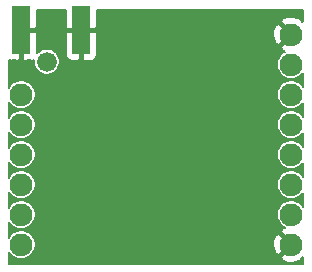
<source format=gbr>
%TF.GenerationSoftware,KiCad,Pcbnew,5.1.10*%
%TF.CreationDate,2021-07-25T21:05:11+03:00*%
%TF.ProjectId,hoperf-rfm9x-lora-breakout,686f7065-7266-42d7-9266-6d39782d6c6f,rev?*%
%TF.SameCoordinates,Original*%
%TF.FileFunction,Copper,L2,Bot*%
%TF.FilePolarity,Positive*%
%FSLAX46Y46*%
G04 Gerber Fmt 4.6, Leading zero omitted, Abs format (unit mm)*
G04 Created by KiCad (PCBNEW 5.1.10) date 2021-07-25 21:05:11*
%MOMM*%
%LPD*%
G01*
G04 APERTURE LIST*
%TA.AperFunction,ComponentPad*%
%ADD10C,1.930400*%
%TD*%
%TA.AperFunction,ComponentPad*%
%ADD11C,1.676400*%
%TD*%
%TA.AperFunction,SMDPad,CuDef*%
%ADD12R,1.524000X4.064000*%
%TD*%
%TA.AperFunction,ViaPad*%
%ADD13C,0.704800*%
%TD*%
%TA.AperFunction,Conductor*%
%ADD14C,0.406400*%
%TD*%
%TA.AperFunction,Conductor*%
%ADD15C,0.203200*%
%TD*%
%TA.AperFunction,Conductor*%
%ADD16C,0.100000*%
%TD*%
G04 APERTURE END LIST*
D10*
%TO.P,JP1,8*%
%TO.N,GND*%
X159921100Y-96278600D03*
%TO.P,JP1,7*%
%TO.N,Net-(JP1-Pad7)*%
X159921100Y-98818600D03*
%TO.P,JP1,6*%
%TO.N,Net-(JP1-Pad6)*%
X159921100Y-101358600D03*
%TO.P,JP1,5*%
%TO.N,Net-(JP1-Pad5)*%
X159921100Y-103898600D03*
%TO.P,JP1,4*%
%TO.N,Net-(JP1-Pad4)*%
X159921100Y-106438600D03*
%TO.P,JP1,3*%
%TO.N,Net-(JP1-Pad3)*%
X159921100Y-108978600D03*
%TO.P,JP1,2*%
%TO.N,Net-(JP1-Pad2)*%
X159921100Y-111518600D03*
%TO.P,JP1,1*%
%TO.N,GND*%
X159921100Y-114058600D03*
%TD*%
%TO.P,JP2,6*%
%TO.N,Net-(JP2-Pad6)*%
X137061100Y-101358600D03*
%TO.P,JP2,5*%
%TO.N,Net-(JP2-Pad5)*%
X137061100Y-103898600D03*
%TO.P,JP2,4*%
%TO.N,Net-(C1-Pad1)*%
X137061100Y-106438600D03*
%TO.P,JP2,3*%
%TO.N,Net-(JP2-Pad3)*%
X137061100Y-108978600D03*
%TO.P,JP2,2*%
%TO.N,Net-(JP2-Pad2)*%
X137061100Y-111518600D03*
%TO.P,JP2,1*%
%TO.N,Net-(JP2-Pad1)*%
X137061100Y-114058600D03*
%TD*%
D11*
%TO.P,ANT1,1*%
%TO.N,Net-(ANT1-Pad1)*%
X139220100Y-98564600D03*
%TD*%
D12*
%TO.P,UFL/SMA1,GND@4*%
%TO.N,GND*%
X137061100Y-95897600D03*
%TO.P,UFL/SMA1,GND@3*%
X142141100Y-95897600D03*
%TD*%
D13*
%TO.N,GND*%
X140871100Y-98564600D03*
X137696100Y-98691600D03*
X138077100Y-99707600D03*
X138839100Y-100596600D03*
X147983100Y-95008600D03*
X152809100Y-95008600D03*
X157381100Y-95008600D03*
X139601100Y-115328600D03*
X144681100Y-115328600D03*
X149761100Y-115328600D03*
X154841100Y-115328600D03*
X148237100Y-101739600D03*
X154079100Y-104152600D03*
X145951100Y-108978600D03*
X153698100Y-99707600D03*
X154333100Y-106946600D03*
X148872100Y-105930600D03*
X149380100Y-112153600D03*
X143538100Y-102120600D03*
X144681100Y-106438600D03*
X142141100Y-108978600D03*
X142141100Y-100088600D03*
X142141100Y-105168600D03*
X144681100Y-96024600D03*
X151539100Y-97548600D03*
X157381100Y-97548600D03*
X144681100Y-95008600D03*
X144681100Y-97040600D03*
X143411100Y-98818600D03*
X136426100Y-98691600D03*
X153825100Y-112280600D03*
X153952100Y-109613600D03*
X145062100Y-112153600D03*
%TD*%
D14*
%TO.N,GND*%
X159540100Y-95897600D02*
X159921100Y-96278600D01*
X137061100Y-95897600D02*
X142141100Y-95897600D01*
%TD*%
D15*
%TO.N,GND*%
X140821100Y-95631500D02*
X140960600Y-95771000D01*
X142014500Y-95771000D01*
X142014500Y-95751000D01*
X142267700Y-95751000D01*
X142267700Y-95771000D01*
X143321600Y-95771000D01*
X143461100Y-95631500D01*
X143463276Y-94208600D01*
X160934400Y-94208600D01*
X160934400Y-95128042D01*
X160913508Y-95107150D01*
X160811132Y-95209526D01*
X160715242Y-94970172D01*
X160444721Y-94840384D01*
X160154078Y-94765866D01*
X159854481Y-94749481D01*
X159557446Y-94791859D01*
X159274384Y-94891372D01*
X159126958Y-94970172D01*
X159031067Y-95209527D01*
X159921100Y-96099561D01*
X159935242Y-96085418D01*
X160114282Y-96264458D01*
X160100139Y-96278600D01*
X160114282Y-96292742D01*
X159935242Y-96471782D01*
X159921100Y-96457639D01*
X159031067Y-97347673D01*
X159126958Y-97587028D01*
X159396385Y-97716291D01*
X159343592Y-97738159D01*
X159143905Y-97871586D01*
X158974086Y-98041405D01*
X158840659Y-98241092D01*
X158748753Y-98462973D01*
X158701900Y-98698519D01*
X158701900Y-98938681D01*
X158748753Y-99174227D01*
X158840659Y-99396108D01*
X158974086Y-99595795D01*
X159143905Y-99765614D01*
X159343592Y-99899041D01*
X159565473Y-99990947D01*
X159801019Y-100037800D01*
X160041181Y-100037800D01*
X160276727Y-99990947D01*
X160498608Y-99899041D01*
X160698295Y-99765614D01*
X160868114Y-99595795D01*
X160934400Y-99496591D01*
X160934400Y-100680609D01*
X160868114Y-100581405D01*
X160698295Y-100411586D01*
X160498608Y-100278159D01*
X160276727Y-100186253D01*
X160041181Y-100139400D01*
X159801019Y-100139400D01*
X159565473Y-100186253D01*
X159343592Y-100278159D01*
X159143905Y-100411586D01*
X158974086Y-100581405D01*
X158840659Y-100781092D01*
X158748753Y-101002973D01*
X158701900Y-101238519D01*
X158701900Y-101478681D01*
X158748753Y-101714227D01*
X158840659Y-101936108D01*
X158974086Y-102135795D01*
X159143905Y-102305614D01*
X159343592Y-102439041D01*
X159565473Y-102530947D01*
X159801019Y-102577800D01*
X160041181Y-102577800D01*
X160276727Y-102530947D01*
X160498608Y-102439041D01*
X160698295Y-102305614D01*
X160868114Y-102135795D01*
X160934400Y-102036591D01*
X160934400Y-103220609D01*
X160868114Y-103121405D01*
X160698295Y-102951586D01*
X160498608Y-102818159D01*
X160276727Y-102726253D01*
X160041181Y-102679400D01*
X159801019Y-102679400D01*
X159565473Y-102726253D01*
X159343592Y-102818159D01*
X159143905Y-102951586D01*
X158974086Y-103121405D01*
X158840659Y-103321092D01*
X158748753Y-103542973D01*
X158701900Y-103778519D01*
X158701900Y-104018681D01*
X158748753Y-104254227D01*
X158840659Y-104476108D01*
X158974086Y-104675795D01*
X159143905Y-104845614D01*
X159343592Y-104979041D01*
X159565473Y-105070947D01*
X159801019Y-105117800D01*
X160041181Y-105117800D01*
X160276727Y-105070947D01*
X160498608Y-104979041D01*
X160698295Y-104845614D01*
X160868114Y-104675795D01*
X160934400Y-104576591D01*
X160934400Y-105760609D01*
X160868114Y-105661405D01*
X160698295Y-105491586D01*
X160498608Y-105358159D01*
X160276727Y-105266253D01*
X160041181Y-105219400D01*
X159801019Y-105219400D01*
X159565473Y-105266253D01*
X159343592Y-105358159D01*
X159143905Y-105491586D01*
X158974086Y-105661405D01*
X158840659Y-105861092D01*
X158748753Y-106082973D01*
X158701900Y-106318519D01*
X158701900Y-106558681D01*
X158748753Y-106794227D01*
X158840659Y-107016108D01*
X158974086Y-107215795D01*
X159143905Y-107385614D01*
X159343592Y-107519041D01*
X159565473Y-107610947D01*
X159801019Y-107657800D01*
X160041181Y-107657800D01*
X160276727Y-107610947D01*
X160498608Y-107519041D01*
X160698295Y-107385614D01*
X160868114Y-107215795D01*
X160934400Y-107116591D01*
X160934400Y-108300609D01*
X160868114Y-108201405D01*
X160698295Y-108031586D01*
X160498608Y-107898159D01*
X160276727Y-107806253D01*
X160041181Y-107759400D01*
X159801019Y-107759400D01*
X159565473Y-107806253D01*
X159343592Y-107898159D01*
X159143905Y-108031586D01*
X158974086Y-108201405D01*
X158840659Y-108401092D01*
X158748753Y-108622973D01*
X158701900Y-108858519D01*
X158701900Y-109098681D01*
X158748753Y-109334227D01*
X158840659Y-109556108D01*
X158974086Y-109755795D01*
X159143905Y-109925614D01*
X159343592Y-110059041D01*
X159565473Y-110150947D01*
X159801019Y-110197800D01*
X160041181Y-110197800D01*
X160276727Y-110150947D01*
X160498608Y-110059041D01*
X160698295Y-109925614D01*
X160868114Y-109755795D01*
X160934400Y-109656591D01*
X160934400Y-110840609D01*
X160868114Y-110741405D01*
X160698295Y-110571586D01*
X160498608Y-110438159D01*
X160276727Y-110346253D01*
X160041181Y-110299400D01*
X159801019Y-110299400D01*
X159565473Y-110346253D01*
X159343592Y-110438159D01*
X159143905Y-110571586D01*
X158974086Y-110741405D01*
X158840659Y-110941092D01*
X158748753Y-111162973D01*
X158701900Y-111398519D01*
X158701900Y-111638681D01*
X158748753Y-111874227D01*
X158840659Y-112096108D01*
X158974086Y-112295795D01*
X159143905Y-112465614D01*
X159343592Y-112599041D01*
X159406274Y-112625005D01*
X159274384Y-112671372D01*
X159126958Y-112750172D01*
X159031067Y-112989527D01*
X159921100Y-113879561D01*
X159935242Y-113865418D01*
X160114282Y-114044458D01*
X160100139Y-114058600D01*
X160114282Y-114072742D01*
X159935242Y-114251782D01*
X159921100Y-114237639D01*
X159031067Y-115127673D01*
X159126958Y-115367028D01*
X159397479Y-115496816D01*
X159688122Y-115571334D01*
X159987719Y-115587719D01*
X160284754Y-115545341D01*
X160567816Y-115445828D01*
X160715242Y-115367028D01*
X160811132Y-115127674D01*
X160913508Y-115230050D01*
X160934400Y-115209158D01*
X160934400Y-115722400D01*
X135991600Y-115722400D01*
X135991600Y-114652482D01*
X136114086Y-114835795D01*
X136283905Y-115005614D01*
X136483592Y-115139041D01*
X136705473Y-115230947D01*
X136941019Y-115277800D01*
X137181181Y-115277800D01*
X137416727Y-115230947D01*
X137638608Y-115139041D01*
X137838295Y-115005614D01*
X138008114Y-114835795D01*
X138141541Y-114636108D01*
X138233447Y-114414227D01*
X138280300Y-114178681D01*
X138280300Y-114125219D01*
X158391981Y-114125219D01*
X158434359Y-114422254D01*
X158533872Y-114705316D01*
X158612672Y-114852742D01*
X158852027Y-114948633D01*
X159742061Y-114058600D01*
X158852027Y-113168567D01*
X158612672Y-113264458D01*
X158482884Y-113534979D01*
X158408366Y-113825622D01*
X158391981Y-114125219D01*
X138280300Y-114125219D01*
X138280300Y-113938519D01*
X138233447Y-113702973D01*
X138141541Y-113481092D01*
X138008114Y-113281405D01*
X137838295Y-113111586D01*
X137638608Y-112978159D01*
X137416727Y-112886253D01*
X137181181Y-112839400D01*
X136941019Y-112839400D01*
X136705473Y-112886253D01*
X136483592Y-112978159D01*
X136283905Y-113111586D01*
X136114086Y-113281405D01*
X135991600Y-113464718D01*
X135991600Y-112112482D01*
X136114086Y-112295795D01*
X136283905Y-112465614D01*
X136483592Y-112599041D01*
X136705473Y-112690947D01*
X136941019Y-112737800D01*
X137181181Y-112737800D01*
X137416727Y-112690947D01*
X137638608Y-112599041D01*
X137838295Y-112465614D01*
X138008114Y-112295795D01*
X138141541Y-112096108D01*
X138233447Y-111874227D01*
X138280300Y-111638681D01*
X138280300Y-111398519D01*
X138233447Y-111162973D01*
X138141541Y-110941092D01*
X138008114Y-110741405D01*
X137838295Y-110571586D01*
X137638608Y-110438159D01*
X137416727Y-110346253D01*
X137181181Y-110299400D01*
X136941019Y-110299400D01*
X136705473Y-110346253D01*
X136483592Y-110438159D01*
X136283905Y-110571586D01*
X136114086Y-110741405D01*
X135991600Y-110924718D01*
X135991600Y-109572482D01*
X136114086Y-109755795D01*
X136283905Y-109925614D01*
X136483592Y-110059041D01*
X136705473Y-110150947D01*
X136941019Y-110197800D01*
X137181181Y-110197800D01*
X137416727Y-110150947D01*
X137638608Y-110059041D01*
X137838295Y-109925614D01*
X138008114Y-109755795D01*
X138141541Y-109556108D01*
X138233447Y-109334227D01*
X138280300Y-109098681D01*
X138280300Y-108858519D01*
X138233447Y-108622973D01*
X138141541Y-108401092D01*
X138008114Y-108201405D01*
X137838295Y-108031586D01*
X137638608Y-107898159D01*
X137416727Y-107806253D01*
X137181181Y-107759400D01*
X136941019Y-107759400D01*
X136705473Y-107806253D01*
X136483592Y-107898159D01*
X136283905Y-108031586D01*
X136114086Y-108201405D01*
X135991600Y-108384718D01*
X135991600Y-107032482D01*
X136114086Y-107215795D01*
X136283905Y-107385614D01*
X136483592Y-107519041D01*
X136705473Y-107610947D01*
X136941019Y-107657800D01*
X137181181Y-107657800D01*
X137416727Y-107610947D01*
X137638608Y-107519041D01*
X137838295Y-107385614D01*
X138008114Y-107215795D01*
X138141541Y-107016108D01*
X138233447Y-106794227D01*
X138280300Y-106558681D01*
X138280300Y-106318519D01*
X138233447Y-106082973D01*
X138141541Y-105861092D01*
X138008114Y-105661405D01*
X137838295Y-105491586D01*
X137638608Y-105358159D01*
X137416727Y-105266253D01*
X137181181Y-105219400D01*
X136941019Y-105219400D01*
X136705473Y-105266253D01*
X136483592Y-105358159D01*
X136283905Y-105491586D01*
X136114086Y-105661405D01*
X135991600Y-105844718D01*
X135991600Y-104492482D01*
X136114086Y-104675795D01*
X136283905Y-104845614D01*
X136483592Y-104979041D01*
X136705473Y-105070947D01*
X136941019Y-105117800D01*
X137181181Y-105117800D01*
X137416727Y-105070947D01*
X137638608Y-104979041D01*
X137838295Y-104845614D01*
X138008114Y-104675795D01*
X138141541Y-104476108D01*
X138233447Y-104254227D01*
X138280300Y-104018681D01*
X138280300Y-103778519D01*
X138233447Y-103542973D01*
X138141541Y-103321092D01*
X138008114Y-103121405D01*
X137838295Y-102951586D01*
X137638608Y-102818159D01*
X137416727Y-102726253D01*
X137181181Y-102679400D01*
X136941019Y-102679400D01*
X136705473Y-102726253D01*
X136483592Y-102818159D01*
X136283905Y-102951586D01*
X136114086Y-103121405D01*
X135991600Y-103304718D01*
X135991600Y-101952482D01*
X136114086Y-102135795D01*
X136283905Y-102305614D01*
X136483592Y-102439041D01*
X136705473Y-102530947D01*
X136941019Y-102577800D01*
X137181181Y-102577800D01*
X137416727Y-102530947D01*
X137638608Y-102439041D01*
X137838295Y-102305614D01*
X138008114Y-102135795D01*
X138141541Y-101936108D01*
X138233447Y-101714227D01*
X138280300Y-101478681D01*
X138280300Y-101238519D01*
X138233447Y-101002973D01*
X138141541Y-100781092D01*
X138008114Y-100581405D01*
X137838295Y-100411586D01*
X137638608Y-100278159D01*
X137416727Y-100186253D01*
X137181181Y-100139400D01*
X136941019Y-100139400D01*
X136705473Y-100186253D01*
X136483592Y-100278159D01*
X136283905Y-100411586D01*
X136114086Y-100581405D01*
X135991600Y-100764718D01*
X135991600Y-98397947D01*
X136084529Y-98447619D01*
X136189713Y-98479526D01*
X136299100Y-98490300D01*
X136795000Y-98487600D01*
X136934500Y-98348100D01*
X136934500Y-96024200D01*
X137187700Y-96024200D01*
X137187700Y-98348100D01*
X137327200Y-98487600D01*
X137823100Y-98490300D01*
X137932487Y-98479526D01*
X138037671Y-98447619D01*
X138134608Y-98395805D01*
X138141145Y-98390440D01*
X138127900Y-98457028D01*
X138127900Y-98672172D01*
X138169872Y-98883183D01*
X138252205Y-99081951D01*
X138371733Y-99260837D01*
X138523863Y-99412967D01*
X138702749Y-99532495D01*
X138901517Y-99614828D01*
X139112528Y-99656800D01*
X139327672Y-99656800D01*
X139538683Y-99614828D01*
X139737451Y-99532495D01*
X139916337Y-99412967D01*
X140068467Y-99260837D01*
X140187995Y-99081951D01*
X140270328Y-98883183D01*
X140312300Y-98672172D01*
X140312300Y-98457028D01*
X140270328Y-98246017D01*
X140187995Y-98047249D01*
X140109385Y-97929600D01*
X140818400Y-97929600D01*
X140829174Y-98038987D01*
X140861081Y-98144171D01*
X140912895Y-98241108D01*
X140982625Y-98326075D01*
X141067592Y-98395805D01*
X141164529Y-98447619D01*
X141269713Y-98479526D01*
X141379100Y-98490300D01*
X141875000Y-98487600D01*
X142014500Y-98348100D01*
X142014500Y-96024200D01*
X142267700Y-96024200D01*
X142267700Y-98348100D01*
X142407200Y-98487600D01*
X142903100Y-98490300D01*
X143012487Y-98479526D01*
X143117671Y-98447619D01*
X143214608Y-98395805D01*
X143299575Y-98326075D01*
X143369305Y-98241108D01*
X143421119Y-98144171D01*
X143453026Y-98038987D01*
X143463800Y-97929600D01*
X143461378Y-96345219D01*
X158391981Y-96345219D01*
X158434359Y-96642254D01*
X158533872Y-96925316D01*
X158612672Y-97072742D01*
X158852027Y-97168633D01*
X159742061Y-96278600D01*
X158852027Y-95388567D01*
X158612672Y-95484458D01*
X158482884Y-95754979D01*
X158408366Y-96045622D01*
X158391981Y-96345219D01*
X143461378Y-96345219D01*
X143461100Y-96163700D01*
X143321600Y-96024200D01*
X142267700Y-96024200D01*
X142014500Y-96024200D01*
X140960600Y-96024200D01*
X140821100Y-96163700D01*
X140818400Y-97929600D01*
X140109385Y-97929600D01*
X140068467Y-97868363D01*
X139916337Y-97716233D01*
X139737451Y-97596705D01*
X139538683Y-97514372D01*
X139327672Y-97472400D01*
X139112528Y-97472400D01*
X138901517Y-97514372D01*
X138702749Y-97596705D01*
X138523863Y-97716233D01*
X138383688Y-97856408D01*
X138381100Y-96163700D01*
X138241600Y-96024200D01*
X137187700Y-96024200D01*
X136934500Y-96024200D01*
X136914500Y-96024200D01*
X136914500Y-95771000D01*
X136934500Y-95771000D01*
X136934500Y-95751000D01*
X137187700Y-95751000D01*
X137187700Y-95771000D01*
X138241600Y-95771000D01*
X138381100Y-95631500D01*
X138383276Y-94208600D01*
X140818924Y-94208600D01*
X140821100Y-95631500D01*
%TA.AperFunction,Conductor*%
D16*
G36*
X140821100Y-95631500D02*
G01*
X140960600Y-95771000D01*
X142014500Y-95771000D01*
X142014500Y-95751000D01*
X142267700Y-95751000D01*
X142267700Y-95771000D01*
X143321600Y-95771000D01*
X143461100Y-95631500D01*
X143463276Y-94208600D01*
X160934400Y-94208600D01*
X160934400Y-95128042D01*
X160913508Y-95107150D01*
X160811132Y-95209526D01*
X160715242Y-94970172D01*
X160444721Y-94840384D01*
X160154078Y-94765866D01*
X159854481Y-94749481D01*
X159557446Y-94791859D01*
X159274384Y-94891372D01*
X159126958Y-94970172D01*
X159031067Y-95209527D01*
X159921100Y-96099561D01*
X159935242Y-96085418D01*
X160114282Y-96264458D01*
X160100139Y-96278600D01*
X160114282Y-96292742D01*
X159935242Y-96471782D01*
X159921100Y-96457639D01*
X159031067Y-97347673D01*
X159126958Y-97587028D01*
X159396385Y-97716291D01*
X159343592Y-97738159D01*
X159143905Y-97871586D01*
X158974086Y-98041405D01*
X158840659Y-98241092D01*
X158748753Y-98462973D01*
X158701900Y-98698519D01*
X158701900Y-98938681D01*
X158748753Y-99174227D01*
X158840659Y-99396108D01*
X158974086Y-99595795D01*
X159143905Y-99765614D01*
X159343592Y-99899041D01*
X159565473Y-99990947D01*
X159801019Y-100037800D01*
X160041181Y-100037800D01*
X160276727Y-99990947D01*
X160498608Y-99899041D01*
X160698295Y-99765614D01*
X160868114Y-99595795D01*
X160934400Y-99496591D01*
X160934400Y-100680609D01*
X160868114Y-100581405D01*
X160698295Y-100411586D01*
X160498608Y-100278159D01*
X160276727Y-100186253D01*
X160041181Y-100139400D01*
X159801019Y-100139400D01*
X159565473Y-100186253D01*
X159343592Y-100278159D01*
X159143905Y-100411586D01*
X158974086Y-100581405D01*
X158840659Y-100781092D01*
X158748753Y-101002973D01*
X158701900Y-101238519D01*
X158701900Y-101478681D01*
X158748753Y-101714227D01*
X158840659Y-101936108D01*
X158974086Y-102135795D01*
X159143905Y-102305614D01*
X159343592Y-102439041D01*
X159565473Y-102530947D01*
X159801019Y-102577800D01*
X160041181Y-102577800D01*
X160276727Y-102530947D01*
X160498608Y-102439041D01*
X160698295Y-102305614D01*
X160868114Y-102135795D01*
X160934400Y-102036591D01*
X160934400Y-103220609D01*
X160868114Y-103121405D01*
X160698295Y-102951586D01*
X160498608Y-102818159D01*
X160276727Y-102726253D01*
X160041181Y-102679400D01*
X159801019Y-102679400D01*
X159565473Y-102726253D01*
X159343592Y-102818159D01*
X159143905Y-102951586D01*
X158974086Y-103121405D01*
X158840659Y-103321092D01*
X158748753Y-103542973D01*
X158701900Y-103778519D01*
X158701900Y-104018681D01*
X158748753Y-104254227D01*
X158840659Y-104476108D01*
X158974086Y-104675795D01*
X159143905Y-104845614D01*
X159343592Y-104979041D01*
X159565473Y-105070947D01*
X159801019Y-105117800D01*
X160041181Y-105117800D01*
X160276727Y-105070947D01*
X160498608Y-104979041D01*
X160698295Y-104845614D01*
X160868114Y-104675795D01*
X160934400Y-104576591D01*
X160934400Y-105760609D01*
X160868114Y-105661405D01*
X160698295Y-105491586D01*
X160498608Y-105358159D01*
X160276727Y-105266253D01*
X160041181Y-105219400D01*
X159801019Y-105219400D01*
X159565473Y-105266253D01*
X159343592Y-105358159D01*
X159143905Y-105491586D01*
X158974086Y-105661405D01*
X158840659Y-105861092D01*
X158748753Y-106082973D01*
X158701900Y-106318519D01*
X158701900Y-106558681D01*
X158748753Y-106794227D01*
X158840659Y-107016108D01*
X158974086Y-107215795D01*
X159143905Y-107385614D01*
X159343592Y-107519041D01*
X159565473Y-107610947D01*
X159801019Y-107657800D01*
X160041181Y-107657800D01*
X160276727Y-107610947D01*
X160498608Y-107519041D01*
X160698295Y-107385614D01*
X160868114Y-107215795D01*
X160934400Y-107116591D01*
X160934400Y-108300609D01*
X160868114Y-108201405D01*
X160698295Y-108031586D01*
X160498608Y-107898159D01*
X160276727Y-107806253D01*
X160041181Y-107759400D01*
X159801019Y-107759400D01*
X159565473Y-107806253D01*
X159343592Y-107898159D01*
X159143905Y-108031586D01*
X158974086Y-108201405D01*
X158840659Y-108401092D01*
X158748753Y-108622973D01*
X158701900Y-108858519D01*
X158701900Y-109098681D01*
X158748753Y-109334227D01*
X158840659Y-109556108D01*
X158974086Y-109755795D01*
X159143905Y-109925614D01*
X159343592Y-110059041D01*
X159565473Y-110150947D01*
X159801019Y-110197800D01*
X160041181Y-110197800D01*
X160276727Y-110150947D01*
X160498608Y-110059041D01*
X160698295Y-109925614D01*
X160868114Y-109755795D01*
X160934400Y-109656591D01*
X160934400Y-110840609D01*
X160868114Y-110741405D01*
X160698295Y-110571586D01*
X160498608Y-110438159D01*
X160276727Y-110346253D01*
X160041181Y-110299400D01*
X159801019Y-110299400D01*
X159565473Y-110346253D01*
X159343592Y-110438159D01*
X159143905Y-110571586D01*
X158974086Y-110741405D01*
X158840659Y-110941092D01*
X158748753Y-111162973D01*
X158701900Y-111398519D01*
X158701900Y-111638681D01*
X158748753Y-111874227D01*
X158840659Y-112096108D01*
X158974086Y-112295795D01*
X159143905Y-112465614D01*
X159343592Y-112599041D01*
X159406274Y-112625005D01*
X159274384Y-112671372D01*
X159126958Y-112750172D01*
X159031067Y-112989527D01*
X159921100Y-113879561D01*
X159935242Y-113865418D01*
X160114282Y-114044458D01*
X160100139Y-114058600D01*
X160114282Y-114072742D01*
X159935242Y-114251782D01*
X159921100Y-114237639D01*
X159031067Y-115127673D01*
X159126958Y-115367028D01*
X159397479Y-115496816D01*
X159688122Y-115571334D01*
X159987719Y-115587719D01*
X160284754Y-115545341D01*
X160567816Y-115445828D01*
X160715242Y-115367028D01*
X160811132Y-115127674D01*
X160913508Y-115230050D01*
X160934400Y-115209158D01*
X160934400Y-115722400D01*
X135991600Y-115722400D01*
X135991600Y-114652482D01*
X136114086Y-114835795D01*
X136283905Y-115005614D01*
X136483592Y-115139041D01*
X136705473Y-115230947D01*
X136941019Y-115277800D01*
X137181181Y-115277800D01*
X137416727Y-115230947D01*
X137638608Y-115139041D01*
X137838295Y-115005614D01*
X138008114Y-114835795D01*
X138141541Y-114636108D01*
X138233447Y-114414227D01*
X138280300Y-114178681D01*
X138280300Y-114125219D01*
X158391981Y-114125219D01*
X158434359Y-114422254D01*
X158533872Y-114705316D01*
X158612672Y-114852742D01*
X158852027Y-114948633D01*
X159742061Y-114058600D01*
X158852027Y-113168567D01*
X158612672Y-113264458D01*
X158482884Y-113534979D01*
X158408366Y-113825622D01*
X158391981Y-114125219D01*
X138280300Y-114125219D01*
X138280300Y-113938519D01*
X138233447Y-113702973D01*
X138141541Y-113481092D01*
X138008114Y-113281405D01*
X137838295Y-113111586D01*
X137638608Y-112978159D01*
X137416727Y-112886253D01*
X137181181Y-112839400D01*
X136941019Y-112839400D01*
X136705473Y-112886253D01*
X136483592Y-112978159D01*
X136283905Y-113111586D01*
X136114086Y-113281405D01*
X135991600Y-113464718D01*
X135991600Y-112112482D01*
X136114086Y-112295795D01*
X136283905Y-112465614D01*
X136483592Y-112599041D01*
X136705473Y-112690947D01*
X136941019Y-112737800D01*
X137181181Y-112737800D01*
X137416727Y-112690947D01*
X137638608Y-112599041D01*
X137838295Y-112465614D01*
X138008114Y-112295795D01*
X138141541Y-112096108D01*
X138233447Y-111874227D01*
X138280300Y-111638681D01*
X138280300Y-111398519D01*
X138233447Y-111162973D01*
X138141541Y-110941092D01*
X138008114Y-110741405D01*
X137838295Y-110571586D01*
X137638608Y-110438159D01*
X137416727Y-110346253D01*
X137181181Y-110299400D01*
X136941019Y-110299400D01*
X136705473Y-110346253D01*
X136483592Y-110438159D01*
X136283905Y-110571586D01*
X136114086Y-110741405D01*
X135991600Y-110924718D01*
X135991600Y-109572482D01*
X136114086Y-109755795D01*
X136283905Y-109925614D01*
X136483592Y-110059041D01*
X136705473Y-110150947D01*
X136941019Y-110197800D01*
X137181181Y-110197800D01*
X137416727Y-110150947D01*
X137638608Y-110059041D01*
X137838295Y-109925614D01*
X138008114Y-109755795D01*
X138141541Y-109556108D01*
X138233447Y-109334227D01*
X138280300Y-109098681D01*
X138280300Y-108858519D01*
X138233447Y-108622973D01*
X138141541Y-108401092D01*
X138008114Y-108201405D01*
X137838295Y-108031586D01*
X137638608Y-107898159D01*
X137416727Y-107806253D01*
X137181181Y-107759400D01*
X136941019Y-107759400D01*
X136705473Y-107806253D01*
X136483592Y-107898159D01*
X136283905Y-108031586D01*
X136114086Y-108201405D01*
X135991600Y-108384718D01*
X135991600Y-107032482D01*
X136114086Y-107215795D01*
X136283905Y-107385614D01*
X136483592Y-107519041D01*
X136705473Y-107610947D01*
X136941019Y-107657800D01*
X137181181Y-107657800D01*
X137416727Y-107610947D01*
X137638608Y-107519041D01*
X137838295Y-107385614D01*
X138008114Y-107215795D01*
X138141541Y-107016108D01*
X138233447Y-106794227D01*
X138280300Y-106558681D01*
X138280300Y-106318519D01*
X138233447Y-106082973D01*
X138141541Y-105861092D01*
X138008114Y-105661405D01*
X137838295Y-105491586D01*
X137638608Y-105358159D01*
X137416727Y-105266253D01*
X137181181Y-105219400D01*
X136941019Y-105219400D01*
X136705473Y-105266253D01*
X136483592Y-105358159D01*
X136283905Y-105491586D01*
X136114086Y-105661405D01*
X135991600Y-105844718D01*
X135991600Y-104492482D01*
X136114086Y-104675795D01*
X136283905Y-104845614D01*
X136483592Y-104979041D01*
X136705473Y-105070947D01*
X136941019Y-105117800D01*
X137181181Y-105117800D01*
X137416727Y-105070947D01*
X137638608Y-104979041D01*
X137838295Y-104845614D01*
X138008114Y-104675795D01*
X138141541Y-104476108D01*
X138233447Y-104254227D01*
X138280300Y-104018681D01*
X138280300Y-103778519D01*
X138233447Y-103542973D01*
X138141541Y-103321092D01*
X138008114Y-103121405D01*
X137838295Y-102951586D01*
X137638608Y-102818159D01*
X137416727Y-102726253D01*
X137181181Y-102679400D01*
X136941019Y-102679400D01*
X136705473Y-102726253D01*
X136483592Y-102818159D01*
X136283905Y-102951586D01*
X136114086Y-103121405D01*
X135991600Y-103304718D01*
X135991600Y-101952482D01*
X136114086Y-102135795D01*
X136283905Y-102305614D01*
X136483592Y-102439041D01*
X136705473Y-102530947D01*
X136941019Y-102577800D01*
X137181181Y-102577800D01*
X137416727Y-102530947D01*
X137638608Y-102439041D01*
X137838295Y-102305614D01*
X138008114Y-102135795D01*
X138141541Y-101936108D01*
X138233447Y-101714227D01*
X138280300Y-101478681D01*
X138280300Y-101238519D01*
X138233447Y-101002973D01*
X138141541Y-100781092D01*
X138008114Y-100581405D01*
X137838295Y-100411586D01*
X137638608Y-100278159D01*
X137416727Y-100186253D01*
X137181181Y-100139400D01*
X136941019Y-100139400D01*
X136705473Y-100186253D01*
X136483592Y-100278159D01*
X136283905Y-100411586D01*
X136114086Y-100581405D01*
X135991600Y-100764718D01*
X135991600Y-98397947D01*
X136084529Y-98447619D01*
X136189713Y-98479526D01*
X136299100Y-98490300D01*
X136795000Y-98487600D01*
X136934500Y-98348100D01*
X136934500Y-96024200D01*
X137187700Y-96024200D01*
X137187700Y-98348100D01*
X137327200Y-98487600D01*
X137823100Y-98490300D01*
X137932487Y-98479526D01*
X138037671Y-98447619D01*
X138134608Y-98395805D01*
X138141145Y-98390440D01*
X138127900Y-98457028D01*
X138127900Y-98672172D01*
X138169872Y-98883183D01*
X138252205Y-99081951D01*
X138371733Y-99260837D01*
X138523863Y-99412967D01*
X138702749Y-99532495D01*
X138901517Y-99614828D01*
X139112528Y-99656800D01*
X139327672Y-99656800D01*
X139538683Y-99614828D01*
X139737451Y-99532495D01*
X139916337Y-99412967D01*
X140068467Y-99260837D01*
X140187995Y-99081951D01*
X140270328Y-98883183D01*
X140312300Y-98672172D01*
X140312300Y-98457028D01*
X140270328Y-98246017D01*
X140187995Y-98047249D01*
X140109385Y-97929600D01*
X140818400Y-97929600D01*
X140829174Y-98038987D01*
X140861081Y-98144171D01*
X140912895Y-98241108D01*
X140982625Y-98326075D01*
X141067592Y-98395805D01*
X141164529Y-98447619D01*
X141269713Y-98479526D01*
X141379100Y-98490300D01*
X141875000Y-98487600D01*
X142014500Y-98348100D01*
X142014500Y-96024200D01*
X142267700Y-96024200D01*
X142267700Y-98348100D01*
X142407200Y-98487600D01*
X142903100Y-98490300D01*
X143012487Y-98479526D01*
X143117671Y-98447619D01*
X143214608Y-98395805D01*
X143299575Y-98326075D01*
X143369305Y-98241108D01*
X143421119Y-98144171D01*
X143453026Y-98038987D01*
X143463800Y-97929600D01*
X143461378Y-96345219D01*
X158391981Y-96345219D01*
X158434359Y-96642254D01*
X158533872Y-96925316D01*
X158612672Y-97072742D01*
X158852027Y-97168633D01*
X159742061Y-96278600D01*
X158852027Y-95388567D01*
X158612672Y-95484458D01*
X158482884Y-95754979D01*
X158408366Y-96045622D01*
X158391981Y-96345219D01*
X143461378Y-96345219D01*
X143461100Y-96163700D01*
X143321600Y-96024200D01*
X142267700Y-96024200D01*
X142014500Y-96024200D01*
X140960600Y-96024200D01*
X140821100Y-96163700D01*
X140818400Y-97929600D01*
X140109385Y-97929600D01*
X140068467Y-97868363D01*
X139916337Y-97716233D01*
X139737451Y-97596705D01*
X139538683Y-97514372D01*
X139327672Y-97472400D01*
X139112528Y-97472400D01*
X138901517Y-97514372D01*
X138702749Y-97596705D01*
X138523863Y-97716233D01*
X138383688Y-97856408D01*
X138381100Y-96163700D01*
X138241600Y-96024200D01*
X137187700Y-96024200D01*
X136934500Y-96024200D01*
X136914500Y-96024200D01*
X136914500Y-95771000D01*
X136934500Y-95771000D01*
X136934500Y-95751000D01*
X137187700Y-95751000D01*
X137187700Y-95771000D01*
X138241600Y-95771000D01*
X138381100Y-95631500D01*
X138383276Y-94208600D01*
X140818924Y-94208600D01*
X140821100Y-95631500D01*
G37*
%TD.AperFunction*%
%TD*%
M02*

</source>
